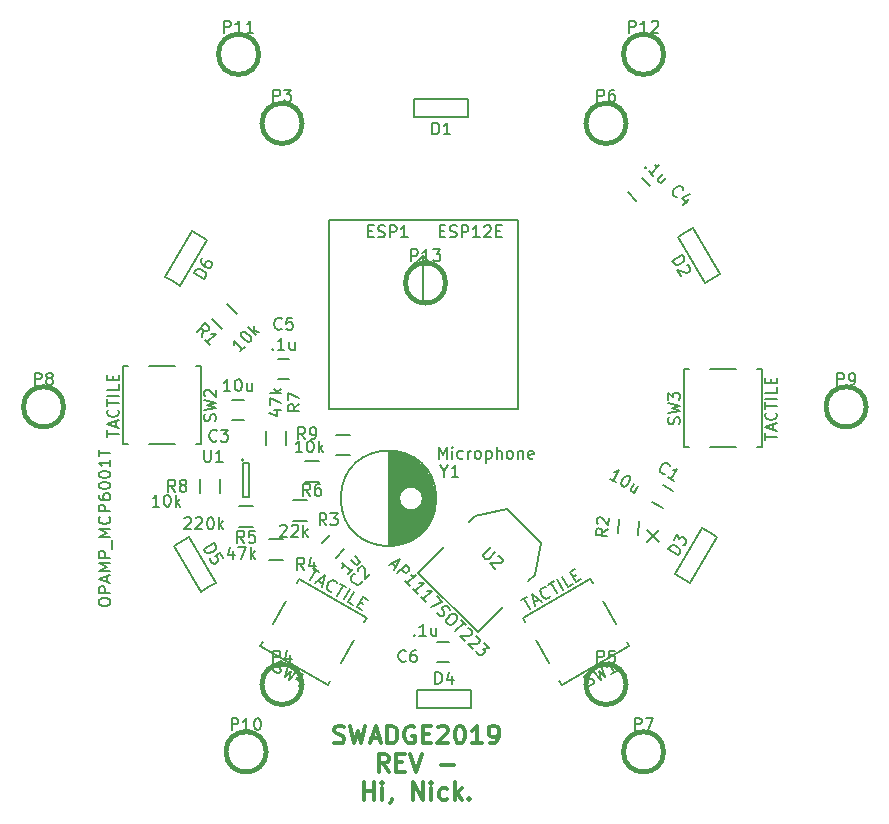
<source format=gto>
G04 #@! TF.FileFunction,Legend,Top*
%FSLAX46Y46*%
G04 Gerber Fmt 4.6, Leading zero omitted, Abs format (unit mm)*
G04 Created by KiCad (PCBNEW 4.0.2+dfsg1-stable) date Sun 09 Sep 2018 01:37:12 AM EDT*
%MOMM*%
G01*
G04 APERTURE LIST*
%ADD10C,0.100000*%
%ADD11C,0.300000*%
%ADD12C,0.200000*%
%ADD13C,0.150000*%
%ADD14C,0.381000*%
G04 APERTURE END LIST*
D10*
D11*
X77315715Y-83667143D02*
X77530001Y-83738571D01*
X77887144Y-83738571D01*
X78030001Y-83667143D01*
X78101430Y-83595714D01*
X78172858Y-83452857D01*
X78172858Y-83310000D01*
X78101430Y-83167143D01*
X78030001Y-83095714D01*
X77887144Y-83024286D01*
X77601430Y-82952857D01*
X77458572Y-82881429D01*
X77387144Y-82810000D01*
X77315715Y-82667143D01*
X77315715Y-82524286D01*
X77387144Y-82381429D01*
X77458572Y-82310000D01*
X77601430Y-82238571D01*
X77958572Y-82238571D01*
X78172858Y-82310000D01*
X78672858Y-82238571D02*
X79030001Y-83738571D01*
X79315715Y-82667143D01*
X79601429Y-83738571D01*
X79958572Y-82238571D01*
X80458572Y-83310000D02*
X81172858Y-83310000D01*
X80315715Y-83738571D02*
X80815715Y-82238571D01*
X81315715Y-83738571D01*
X81815715Y-83738571D02*
X81815715Y-82238571D01*
X82172858Y-82238571D01*
X82387143Y-82310000D01*
X82530001Y-82452857D01*
X82601429Y-82595714D01*
X82672858Y-82881429D01*
X82672858Y-83095714D01*
X82601429Y-83381429D01*
X82530001Y-83524286D01*
X82387143Y-83667143D01*
X82172858Y-83738571D01*
X81815715Y-83738571D01*
X84101429Y-82310000D02*
X83958572Y-82238571D01*
X83744286Y-82238571D01*
X83530001Y-82310000D01*
X83387143Y-82452857D01*
X83315715Y-82595714D01*
X83244286Y-82881429D01*
X83244286Y-83095714D01*
X83315715Y-83381429D01*
X83387143Y-83524286D01*
X83530001Y-83667143D01*
X83744286Y-83738571D01*
X83887143Y-83738571D01*
X84101429Y-83667143D01*
X84172858Y-83595714D01*
X84172858Y-83095714D01*
X83887143Y-83095714D01*
X84815715Y-82952857D02*
X85315715Y-82952857D01*
X85530001Y-83738571D02*
X84815715Y-83738571D01*
X84815715Y-82238571D01*
X85530001Y-82238571D01*
X86101429Y-82381429D02*
X86172858Y-82310000D01*
X86315715Y-82238571D01*
X86672858Y-82238571D01*
X86815715Y-82310000D01*
X86887144Y-82381429D01*
X86958572Y-82524286D01*
X86958572Y-82667143D01*
X86887144Y-82881429D01*
X86030001Y-83738571D01*
X86958572Y-83738571D01*
X87887143Y-82238571D02*
X88030000Y-82238571D01*
X88172857Y-82310000D01*
X88244286Y-82381429D01*
X88315715Y-82524286D01*
X88387143Y-82810000D01*
X88387143Y-83167143D01*
X88315715Y-83452857D01*
X88244286Y-83595714D01*
X88172857Y-83667143D01*
X88030000Y-83738571D01*
X87887143Y-83738571D01*
X87744286Y-83667143D01*
X87672857Y-83595714D01*
X87601429Y-83452857D01*
X87530000Y-83167143D01*
X87530000Y-82810000D01*
X87601429Y-82524286D01*
X87672857Y-82381429D01*
X87744286Y-82310000D01*
X87887143Y-82238571D01*
X89815714Y-83738571D02*
X88958571Y-83738571D01*
X89387143Y-83738571D02*
X89387143Y-82238571D01*
X89244286Y-82452857D01*
X89101428Y-82595714D01*
X88958571Y-82667143D01*
X90529999Y-83738571D02*
X90815714Y-83738571D01*
X90958571Y-83667143D01*
X91029999Y-83595714D01*
X91172857Y-83381429D01*
X91244285Y-83095714D01*
X91244285Y-82524286D01*
X91172857Y-82381429D01*
X91101428Y-82310000D01*
X90958571Y-82238571D01*
X90672857Y-82238571D01*
X90529999Y-82310000D01*
X90458571Y-82381429D01*
X90387142Y-82524286D01*
X90387142Y-82881429D01*
X90458571Y-83024286D01*
X90529999Y-83095714D01*
X90672857Y-83167143D01*
X90958571Y-83167143D01*
X91101428Y-83095714D01*
X91172857Y-83024286D01*
X91244285Y-82881429D01*
X81922858Y-86138571D02*
X81422858Y-85424286D01*
X81065715Y-86138571D02*
X81065715Y-84638571D01*
X81637143Y-84638571D01*
X81780001Y-84710000D01*
X81851429Y-84781429D01*
X81922858Y-84924286D01*
X81922858Y-85138571D01*
X81851429Y-85281429D01*
X81780001Y-85352857D01*
X81637143Y-85424286D01*
X81065715Y-85424286D01*
X82565715Y-85352857D02*
X83065715Y-85352857D01*
X83280001Y-86138571D02*
X82565715Y-86138571D01*
X82565715Y-84638571D01*
X83280001Y-84638571D01*
X83708572Y-84638571D02*
X84208572Y-86138571D01*
X84708572Y-84638571D01*
X86351429Y-85567143D02*
X87494286Y-85567143D01*
X79815714Y-88538571D02*
X79815714Y-87038571D01*
X79815714Y-87752857D02*
X80672857Y-87752857D01*
X80672857Y-88538571D02*
X80672857Y-87038571D01*
X81387143Y-88538571D02*
X81387143Y-87538571D01*
X81387143Y-87038571D02*
X81315714Y-87110000D01*
X81387143Y-87181429D01*
X81458571Y-87110000D01*
X81387143Y-87038571D01*
X81387143Y-87181429D01*
X82172857Y-88467143D02*
X82172857Y-88538571D01*
X82101429Y-88681429D01*
X82030000Y-88752857D01*
X83958572Y-88538571D02*
X83958572Y-87038571D01*
X84815715Y-88538571D01*
X84815715Y-87038571D01*
X85530001Y-88538571D02*
X85530001Y-87538571D01*
X85530001Y-87038571D02*
X85458572Y-87110000D01*
X85530001Y-87181429D01*
X85601429Y-87110000D01*
X85530001Y-87038571D01*
X85530001Y-87181429D01*
X86887144Y-88467143D02*
X86744287Y-88538571D01*
X86458573Y-88538571D01*
X86315715Y-88467143D01*
X86244287Y-88395714D01*
X86172858Y-88252857D01*
X86172858Y-87824286D01*
X86244287Y-87681429D01*
X86315715Y-87610000D01*
X86458573Y-87538571D01*
X86744287Y-87538571D01*
X86887144Y-87610000D01*
X87530001Y-88538571D02*
X87530001Y-87038571D01*
X87672858Y-87967143D02*
X88101429Y-88538571D01*
X88101429Y-87538571D02*
X87530001Y-88110000D01*
X88744287Y-88395714D02*
X88815715Y-88467143D01*
X88744287Y-88538571D01*
X88672858Y-88467143D01*
X88744287Y-88395714D01*
X88744287Y-88538571D01*
D12*
X103806000Y-65714000D02*
X104822000Y-66730000D01*
X103806000Y-66730000D02*
X104822000Y-65714000D01*
D13*
X84836000Y-42434000D02*
X83836000Y-43434000D01*
X84836000Y-42434000D02*
X85836000Y-43434000D01*
X84836000Y-42434000D02*
X84836000Y-46434000D01*
X76836000Y-55434000D02*
X76836000Y-39434000D01*
X76836000Y-39434000D02*
X92836000Y-39434000D01*
X92836000Y-39434000D02*
X92836000Y-55434000D01*
X76836000Y-55434000D02*
X92836000Y-55434000D01*
X105978013Y-62343878D02*
X105111987Y-61843878D01*
X104261987Y-63316122D02*
X105128013Y-63816122D01*
X76968513Y-66101406D02*
X76261406Y-66808513D01*
X77463487Y-68010594D02*
X78170594Y-67303487D01*
X68670000Y-56400000D02*
X69670000Y-56400000D01*
X69670000Y-54700000D02*
X68670000Y-54700000D01*
X68224454Y-46567017D02*
X69072983Y-47415546D01*
X67835546Y-48652983D02*
X66987017Y-47804454D01*
X101311036Y-65926456D02*
X101415623Y-64731022D01*
X103158964Y-64883544D02*
X103054377Y-66078978D01*
X75022000Y-64883000D02*
X73822000Y-64883000D01*
X73822000Y-63133000D02*
X75022000Y-63133000D01*
X72990000Y-68185000D02*
X71790000Y-68185000D01*
X71790000Y-66435000D02*
X72990000Y-66435000D01*
X70450000Y-65391000D02*
X69250000Y-65391000D01*
X69250000Y-63641000D02*
X70450000Y-63641000D01*
X76038000Y-61581000D02*
X74838000Y-61581000D01*
X74838000Y-59831000D02*
X76038000Y-59831000D01*
X71515000Y-58512000D02*
X71515000Y-57312000D01*
X73265000Y-57312000D02*
X73265000Y-58512000D01*
X67677000Y-61376000D02*
X67677000Y-62576000D01*
X65927000Y-62576000D02*
X65927000Y-61376000D01*
X96582116Y-78802884D02*
X96382116Y-78456474D01*
X101197884Y-73597628D02*
X100097884Y-71692372D01*
X94382116Y-74992372D02*
X95482116Y-76897628D01*
X99197884Y-70133526D02*
X98997884Y-69787116D01*
X98997884Y-69787116D02*
X93282116Y-73087116D01*
X93282116Y-73087116D02*
X93482116Y-73433526D01*
X102297884Y-75502884D02*
X102097884Y-75156474D01*
X102297884Y-75502884D02*
X96582116Y-78802884D01*
X66038000Y-58418000D02*
X65638000Y-58418000D01*
X63838000Y-51818000D02*
X61638000Y-51818000D01*
X61638000Y-58418000D02*
X63838000Y-58418000D01*
X59838000Y-51818000D02*
X59438000Y-51818000D01*
X59438000Y-51818000D02*
X59438000Y-58418000D01*
X59438000Y-58418000D02*
X59838000Y-58418000D01*
X66038000Y-51818000D02*
X65638000Y-51818000D01*
X66038000Y-51818000D02*
X66038000Y-58418000D01*
X106936000Y-52072000D02*
X107336000Y-52072000D01*
X109136000Y-58672000D02*
X111336000Y-58672000D01*
X111336000Y-52072000D02*
X109136000Y-52072000D01*
X113136000Y-58672000D02*
X113536000Y-58672000D01*
X113536000Y-58672000D02*
X113536000Y-52072000D01*
X113536000Y-52072000D02*
X113136000Y-52072000D01*
X106936000Y-58672000D02*
X107336000Y-58672000D01*
X106936000Y-58672000D02*
X106936000Y-52072000D01*
X71057116Y-75502884D02*
X71257116Y-75156474D01*
X77872884Y-76897628D02*
X78972884Y-74992372D01*
X73257116Y-71692372D02*
X72157116Y-73597628D01*
X79872884Y-73433526D02*
X80072884Y-73087116D01*
X80072884Y-73087116D02*
X74357116Y-69787116D01*
X74357116Y-69787116D02*
X74157116Y-70133526D01*
X76772884Y-78802884D02*
X76972884Y-78456474D01*
X76772884Y-78802884D02*
X71057116Y-75502884D01*
X84110000Y-29972000D02*
X84110000Y-29222000D01*
X84110000Y-29222000D02*
X88610000Y-29222000D01*
X88610000Y-29222000D02*
X88610000Y-30722000D01*
X88610000Y-30722000D02*
X84110000Y-30722000D01*
X84110000Y-30722000D02*
X84110000Y-29972000D01*
X107079000Y-40469443D02*
X107728519Y-40094443D01*
X107728519Y-40094443D02*
X109978519Y-43991557D01*
X109978519Y-43991557D02*
X108679481Y-44741557D01*
X108679481Y-44741557D02*
X106429481Y-40844443D01*
X106429481Y-40844443D02*
X107079000Y-40469443D01*
X109075000Y-65869443D02*
X109724519Y-66244443D01*
X109724519Y-66244443D02*
X107474519Y-70141557D01*
X107474519Y-70141557D02*
X106175481Y-69391557D01*
X106175481Y-69391557D02*
X108425481Y-65494443D01*
X108425481Y-65494443D02*
X109075000Y-65869443D01*
X88864000Y-80010000D02*
X88864000Y-80760000D01*
X88864000Y-80760000D02*
X84364000Y-80760000D01*
X84364000Y-80760000D02*
X84364000Y-79260000D01*
X84364000Y-79260000D02*
X88864000Y-79260000D01*
X88864000Y-79260000D02*
X88864000Y-80010000D01*
X66657000Y-70528557D02*
X66007481Y-70903557D01*
X66007481Y-70903557D02*
X63757481Y-67006443D01*
X63757481Y-67006443D02*
X65056519Y-66256443D01*
X65056519Y-66256443D02*
X67306519Y-70153557D01*
X67306519Y-70153557D02*
X66657000Y-70528557D01*
X63645000Y-44620557D02*
X62995481Y-44245557D01*
X62995481Y-44245557D02*
X65245481Y-40348443D01*
X65245481Y-40348443D02*
X66544519Y-41098443D01*
X66544519Y-41098443D02*
X64294519Y-44995557D01*
X64294519Y-44995557D02*
X63645000Y-44620557D01*
X69650000Y-59768000D02*
G75*
G03X69650000Y-59768000I-100000J0D01*
G01*
X70100000Y-60018000D02*
X69600000Y-60018000D01*
X70100000Y-62918000D02*
X70100000Y-60018000D01*
X69600000Y-62918000D02*
X70100000Y-62918000D01*
X69600000Y-60018000D02*
X69600000Y-62918000D01*
X86577898Y-67143159D02*
X84422636Y-69298420D01*
X84422636Y-69298420D02*
X89451580Y-74327364D01*
X89451580Y-74327364D02*
X91606841Y-72172102D01*
X88733159Y-64987898D02*
X89271974Y-64449082D01*
X89271974Y-64449082D02*
X91966051Y-63910267D01*
X91966051Y-63910267D02*
X94839733Y-66783949D01*
X94839733Y-66783949D02*
X94300918Y-69478026D01*
X94300918Y-69478026D02*
X93762102Y-70016841D01*
X81985000Y-58993000D02*
X81985000Y-66991000D01*
X82125000Y-58998000D02*
X82125000Y-66986000D01*
X82265000Y-59008000D02*
X82265000Y-66976000D01*
X82405000Y-59023000D02*
X82405000Y-66961000D01*
X82545000Y-59043000D02*
X82545000Y-66941000D01*
X82685000Y-59068000D02*
X82685000Y-66916000D01*
X82825000Y-59098000D02*
X82825000Y-62819000D01*
X82825000Y-63165000D02*
X82825000Y-66886000D01*
X82965000Y-59134000D02*
X82965000Y-62457000D01*
X82965000Y-63527000D02*
X82965000Y-66850000D01*
X83105000Y-59175000D02*
X83105000Y-62283000D01*
X83105000Y-63701000D02*
X83105000Y-66809000D01*
X83245000Y-59221000D02*
X83245000Y-62167000D01*
X83245000Y-63817000D02*
X83245000Y-66763000D01*
X83385000Y-59274000D02*
X83385000Y-62087000D01*
X83385000Y-63897000D02*
X83385000Y-66710000D01*
X83525000Y-59333000D02*
X83525000Y-62033000D01*
X83525000Y-63951000D02*
X83525000Y-66651000D01*
X83665000Y-59398000D02*
X83665000Y-62003000D01*
X83665000Y-63981000D02*
X83665000Y-66586000D01*
X83805000Y-59469000D02*
X83805000Y-61992000D01*
X83805000Y-63992000D02*
X83805000Y-66515000D01*
X83945000Y-59548000D02*
X83945000Y-62001000D01*
X83945000Y-63983000D02*
X83945000Y-66436000D01*
X84085000Y-59635000D02*
X84085000Y-62031000D01*
X84085000Y-63953000D02*
X84085000Y-66349000D01*
X84225000Y-59730000D02*
X84225000Y-62082000D01*
X84225000Y-63902000D02*
X84225000Y-66254000D01*
X84365000Y-59834000D02*
X84365000Y-62160000D01*
X84365000Y-63824000D02*
X84365000Y-66150000D01*
X84505000Y-59948000D02*
X84505000Y-62273000D01*
X84505000Y-63711000D02*
X84505000Y-66036000D01*
X84645000Y-60073000D02*
X84645000Y-62442000D01*
X84645000Y-63542000D02*
X84645000Y-65911000D01*
X84785000Y-60211000D02*
X84785000Y-62770000D01*
X84785000Y-63214000D02*
X84785000Y-65773000D01*
X84925000Y-60363000D02*
X84925000Y-65621000D01*
X85065000Y-60533000D02*
X85065000Y-65451000D01*
X85205000Y-60724000D02*
X85205000Y-65260000D01*
X85345000Y-60942000D02*
X85345000Y-65042000D01*
X85485000Y-61198000D02*
X85485000Y-64786000D01*
X85625000Y-61509000D02*
X85625000Y-64475000D01*
X85765000Y-61925000D02*
X85765000Y-64059000D01*
X85905000Y-62792000D02*
X85905000Y-63192000D01*
X84810000Y-62992000D02*
G75*
G03X84810000Y-62992000I-1000000J0D01*
G01*
X85947500Y-62992000D02*
G75*
G03X85947500Y-62992000I-4037500J0D01*
G01*
X102169406Y-37077487D02*
X102876513Y-37784594D01*
X104078594Y-36582513D02*
X103371487Y-35875406D01*
D14*
X74600145Y-31242000D02*
G75*
G03X74600145Y-31242000I-1702145J0D01*
G01*
X74600145Y-78740000D02*
G75*
G03X74600145Y-78740000I-1702145J0D01*
G01*
X102032145Y-78740000D02*
G75*
G03X102032145Y-78740000I-1702145J0D01*
G01*
X102032145Y-31242000D02*
G75*
G03X102032145Y-31242000I-1702145J0D01*
G01*
D13*
X72525000Y-52920000D02*
X73525000Y-52920000D01*
X73525000Y-51220000D02*
X72525000Y-51220000D01*
D14*
X105207145Y-84455000D02*
G75*
G03X105207145Y-84455000I-1702145J0D01*
G01*
X54407145Y-55245000D02*
G75*
G03X54407145Y-55245000I-1702145J0D01*
G01*
X122352145Y-55245000D02*
G75*
G03X122352145Y-55245000I-1702145J0D01*
G01*
X71552145Y-84455000D02*
G75*
G03X71552145Y-84455000I-1702145J0D01*
G01*
X70917145Y-25400000D02*
G75*
G03X70917145Y-25400000I-1702145J0D01*
G01*
X105207145Y-25400000D02*
G75*
G03X105207145Y-25400000I-1702145J0D01*
G01*
X86752145Y-44760000D02*
G75*
G03X86752145Y-44760000I-1702145J0D01*
G01*
D13*
X86000000Y-76870000D02*
X87000000Y-76870000D01*
X87000000Y-75170000D02*
X86000000Y-75170000D01*
X78690000Y-59355000D02*
X77490000Y-59355000D01*
X77490000Y-57605000D02*
X78690000Y-57605000D01*
X80169333Y-40362571D02*
X80502667Y-40362571D01*
X80645524Y-40886381D02*
X80169333Y-40886381D01*
X80169333Y-39886381D01*
X80645524Y-39886381D01*
X81026476Y-40838762D02*
X81169333Y-40886381D01*
X81407429Y-40886381D01*
X81502667Y-40838762D01*
X81550286Y-40791143D01*
X81597905Y-40695905D01*
X81597905Y-40600667D01*
X81550286Y-40505429D01*
X81502667Y-40457810D01*
X81407429Y-40410190D01*
X81216952Y-40362571D01*
X81121714Y-40314952D01*
X81074095Y-40267333D01*
X81026476Y-40172095D01*
X81026476Y-40076857D01*
X81074095Y-39981619D01*
X81121714Y-39934000D01*
X81216952Y-39886381D01*
X81455048Y-39886381D01*
X81597905Y-39934000D01*
X82026476Y-40886381D02*
X82026476Y-39886381D01*
X82407429Y-39886381D01*
X82502667Y-39934000D01*
X82550286Y-39981619D01*
X82597905Y-40076857D01*
X82597905Y-40219714D01*
X82550286Y-40314952D01*
X82502667Y-40362571D01*
X82407429Y-40410190D01*
X82026476Y-40410190D01*
X83550286Y-40886381D02*
X82978857Y-40886381D01*
X83264571Y-40886381D02*
X83264571Y-39886381D01*
X83169333Y-40029238D01*
X83074095Y-40124476D01*
X82978857Y-40172095D01*
X86240762Y-40362571D02*
X86574096Y-40362571D01*
X86716953Y-40886381D02*
X86240762Y-40886381D01*
X86240762Y-39886381D01*
X86716953Y-39886381D01*
X87097905Y-40838762D02*
X87240762Y-40886381D01*
X87478858Y-40886381D01*
X87574096Y-40838762D01*
X87621715Y-40791143D01*
X87669334Y-40695905D01*
X87669334Y-40600667D01*
X87621715Y-40505429D01*
X87574096Y-40457810D01*
X87478858Y-40410190D01*
X87288381Y-40362571D01*
X87193143Y-40314952D01*
X87145524Y-40267333D01*
X87097905Y-40172095D01*
X87097905Y-40076857D01*
X87145524Y-39981619D01*
X87193143Y-39934000D01*
X87288381Y-39886381D01*
X87526477Y-39886381D01*
X87669334Y-39934000D01*
X88097905Y-40886381D02*
X88097905Y-39886381D01*
X88478858Y-39886381D01*
X88574096Y-39934000D01*
X88621715Y-39981619D01*
X88669334Y-40076857D01*
X88669334Y-40219714D01*
X88621715Y-40314952D01*
X88574096Y-40362571D01*
X88478858Y-40410190D01*
X88097905Y-40410190D01*
X89621715Y-40886381D02*
X89050286Y-40886381D01*
X89336000Y-40886381D02*
X89336000Y-39886381D01*
X89240762Y-40029238D01*
X89145524Y-40124476D01*
X89050286Y-40172095D01*
X90002667Y-39981619D02*
X90050286Y-39934000D01*
X90145524Y-39886381D01*
X90383620Y-39886381D01*
X90478858Y-39934000D01*
X90526477Y-39981619D01*
X90574096Y-40076857D01*
X90574096Y-40172095D01*
X90526477Y-40314952D01*
X89955048Y-40886381D01*
X90574096Y-40886381D01*
X91002667Y-40362571D02*
X91336001Y-40362571D01*
X91478858Y-40886381D02*
X91002667Y-40886381D01*
X91002667Y-39886381D01*
X91478858Y-39886381D01*
X105327092Y-60925962D02*
X105262043Y-60943392D01*
X105114515Y-60913202D01*
X105032037Y-60865583D01*
X104932128Y-60752915D01*
X104897268Y-60622818D01*
X104903648Y-60516530D01*
X104957647Y-60327763D01*
X105029076Y-60204044D01*
X105165553Y-60062897D01*
X105254411Y-60004228D01*
X105384509Y-59969368D01*
X105532037Y-59999558D01*
X105614515Y-60047177D01*
X105714424Y-60159845D01*
X105731854Y-60224894D01*
X106104259Y-61484631D02*
X105609387Y-61198916D01*
X105856822Y-61341773D02*
X106356822Y-60475748D01*
X106202915Y-60551847D01*
X106072818Y-60586706D01*
X105966530Y-60580327D01*
X101162079Y-61630345D02*
X100667207Y-61344630D01*
X100914643Y-61487487D02*
X101414643Y-60621462D01*
X101260736Y-60697561D01*
X101130638Y-60732420D01*
X101024350Y-60726041D01*
X102198189Y-61073843D02*
X102280669Y-61121463D01*
X102339338Y-61210321D01*
X102356768Y-61275370D01*
X102350388Y-61381658D01*
X102296389Y-61570424D01*
X102177341Y-61776621D01*
X102040864Y-61917769D01*
X101952006Y-61976438D01*
X101886957Y-61993868D01*
X101780669Y-61987488D01*
X101698189Y-61939868D01*
X101639520Y-61851010D01*
X101622091Y-61785961D01*
X101628470Y-61679673D01*
X101682469Y-61490907D01*
X101801517Y-61284710D01*
X101937994Y-61143562D01*
X102026853Y-61084893D01*
X102091901Y-61067463D01*
X102198189Y-61073843D01*
X103062506Y-61957756D02*
X102729173Y-62535107D01*
X102691352Y-61743470D02*
X102429447Y-62197103D01*
X102423067Y-62303391D01*
X102481736Y-62392249D01*
X102605455Y-62463678D01*
X102711743Y-62470058D01*
X102776792Y-62452628D01*
X79636688Y-69966389D02*
X79636688Y-70033732D01*
X79569344Y-70168419D01*
X79502001Y-70235763D01*
X79367313Y-70303107D01*
X79232626Y-70303107D01*
X79131611Y-70269435D01*
X78963253Y-70168420D01*
X78862237Y-70067404D01*
X78761222Y-69899045D01*
X78727550Y-69798030D01*
X78727550Y-69663343D01*
X78794894Y-69528656D01*
X78862237Y-69461312D01*
X78996924Y-69393969D01*
X79064268Y-69393969D01*
X79333641Y-69124595D02*
X79333641Y-69057252D01*
X79367313Y-68956237D01*
X79535672Y-68787877D01*
X79636688Y-68754206D01*
X79704031Y-68754206D01*
X79805046Y-68787877D01*
X79872390Y-68855221D01*
X79939733Y-68989908D01*
X79939733Y-69798030D01*
X80377466Y-69360297D01*
X78902955Y-68978656D02*
X78498894Y-69382718D01*
X78700924Y-69180687D02*
X77993817Y-68473581D01*
X78027489Y-68641939D01*
X78027489Y-68776626D01*
X77993817Y-68877641D01*
X79037642Y-67901160D02*
X79509047Y-68372565D01*
X78734596Y-68204206D02*
X79104985Y-68574596D01*
X79206000Y-68608267D01*
X79307016Y-68574596D01*
X79408031Y-68473580D01*
X79441703Y-68372565D01*
X79441703Y-68305221D01*
X67373334Y-58087143D02*
X67325715Y-58134762D01*
X67182858Y-58182381D01*
X67087620Y-58182381D01*
X66944762Y-58134762D01*
X66849524Y-58039524D01*
X66801905Y-57944286D01*
X66754286Y-57753810D01*
X66754286Y-57610952D01*
X66801905Y-57420476D01*
X66849524Y-57325238D01*
X66944762Y-57230000D01*
X67087620Y-57182381D01*
X67182858Y-57182381D01*
X67325715Y-57230000D01*
X67373334Y-57277619D01*
X67706667Y-57182381D02*
X68325715Y-57182381D01*
X67992381Y-57563333D01*
X68135239Y-57563333D01*
X68230477Y-57610952D01*
X68278096Y-57658571D01*
X68325715Y-57753810D01*
X68325715Y-57991905D01*
X68278096Y-58087143D01*
X68230477Y-58134762D01*
X68135239Y-58182381D01*
X67849524Y-58182381D01*
X67754286Y-58134762D01*
X67706667Y-58087143D01*
X68527143Y-53902381D02*
X67955714Y-53902381D01*
X68241428Y-53902381D02*
X68241428Y-52902381D01*
X68146190Y-53045238D01*
X68050952Y-53140476D01*
X67955714Y-53188095D01*
X69146190Y-52902381D02*
X69241429Y-52902381D01*
X69336667Y-52950000D01*
X69384286Y-52997619D01*
X69431905Y-53092857D01*
X69479524Y-53283333D01*
X69479524Y-53521429D01*
X69431905Y-53711905D01*
X69384286Y-53807143D01*
X69336667Y-53854762D01*
X69241429Y-53902381D01*
X69146190Y-53902381D01*
X69050952Y-53854762D01*
X69003333Y-53807143D01*
X68955714Y-53711905D01*
X68908095Y-53521429D01*
X68908095Y-53283333D01*
X68955714Y-53092857D01*
X69003333Y-52997619D01*
X69050952Y-52950000D01*
X69146190Y-52902381D01*
X70336667Y-53235714D02*
X70336667Y-53902381D01*
X69908095Y-53235714D02*
X69908095Y-53759524D01*
X69955714Y-53854762D01*
X70050952Y-53902381D01*
X70193810Y-53902381D01*
X70289048Y-53854762D01*
X70336667Y-53807143D01*
X66107344Y-49296955D02*
X66208359Y-48724534D01*
X65703282Y-48892894D02*
X66410389Y-48185787D01*
X66679764Y-48455161D01*
X66713435Y-48556177D01*
X66713435Y-48623520D01*
X66679764Y-48724535D01*
X66578748Y-48825550D01*
X66477733Y-48859222D01*
X66410390Y-48859222D01*
X66309375Y-48825550D01*
X66040000Y-48556176D01*
X66780779Y-49970390D02*
X66376717Y-49566329D01*
X66578748Y-49768359D02*
X67285854Y-49061252D01*
X67117496Y-49094924D01*
X66982809Y-49094924D01*
X66881794Y-49061252D01*
X69725036Y-50146829D02*
X69320975Y-50550891D01*
X69523005Y-50348861D02*
X68815898Y-49641754D01*
X68849570Y-49810112D01*
X68849570Y-49944799D01*
X68815898Y-50045814D01*
X69455661Y-49001990D02*
X69523006Y-48934646D01*
X69624021Y-48900975D01*
X69691364Y-48900975D01*
X69792379Y-48934646D01*
X69960738Y-49035661D01*
X70129097Y-49204021D01*
X70230112Y-49372379D01*
X70263784Y-49473394D01*
X70263784Y-49540738D01*
X70230112Y-49641753D01*
X70162768Y-49709097D01*
X70061753Y-49742769D01*
X69994410Y-49742769D01*
X69893394Y-49709097D01*
X69725036Y-49608082D01*
X69556677Y-49439723D01*
X69455661Y-49271364D01*
X69421990Y-49170349D01*
X69421990Y-49103006D01*
X69455661Y-49001990D01*
X70701516Y-49170349D02*
X69994410Y-48463242D01*
X70499486Y-48833632D02*
X70970891Y-48900975D01*
X70499486Y-48429570D02*
X70499486Y-48968319D01*
X100486134Y-65615459D02*
X99982703Y-65906022D01*
X100436330Y-66184714D02*
X99440136Y-66097558D01*
X99473338Y-65718055D01*
X99529076Y-65627330D01*
X99580664Y-65584042D01*
X99679690Y-65544905D01*
X99822004Y-65557356D01*
X99912729Y-65613094D01*
X99956016Y-65664682D01*
X99995154Y-65763708D01*
X99961951Y-66143211D01*
X99618017Y-65157102D02*
X99574729Y-65105514D01*
X99535592Y-65006488D01*
X99556343Y-64769298D01*
X99612082Y-64678573D01*
X99663670Y-64635285D01*
X99762696Y-64596148D01*
X99857571Y-64604448D01*
X99995734Y-64664337D01*
X100515186Y-65283395D01*
X100569139Y-64666702D01*
X76643334Y-65272381D02*
X76310000Y-64796190D01*
X76071905Y-65272381D02*
X76071905Y-64272381D01*
X76452858Y-64272381D01*
X76548096Y-64320000D01*
X76595715Y-64367619D01*
X76643334Y-64462857D01*
X76643334Y-64605714D01*
X76595715Y-64700952D01*
X76548096Y-64748571D01*
X76452858Y-64796190D01*
X76071905Y-64796190D01*
X76976667Y-64272381D02*
X77595715Y-64272381D01*
X77262381Y-64653333D01*
X77405239Y-64653333D01*
X77500477Y-64700952D01*
X77548096Y-64748571D01*
X77595715Y-64843810D01*
X77595715Y-65081905D01*
X77548096Y-65177143D01*
X77500477Y-65224762D01*
X77405239Y-65272381D01*
X77119524Y-65272381D01*
X77024286Y-65224762D01*
X76976667Y-65177143D01*
X72747333Y-65333619D02*
X72794952Y-65286000D01*
X72890190Y-65238381D01*
X73128286Y-65238381D01*
X73223524Y-65286000D01*
X73271143Y-65333619D01*
X73318762Y-65428857D01*
X73318762Y-65524095D01*
X73271143Y-65666952D01*
X72699714Y-66238381D01*
X73318762Y-66238381D01*
X73699714Y-65333619D02*
X73747333Y-65286000D01*
X73842571Y-65238381D01*
X74080667Y-65238381D01*
X74175905Y-65286000D01*
X74223524Y-65333619D01*
X74271143Y-65428857D01*
X74271143Y-65524095D01*
X74223524Y-65666952D01*
X73652095Y-66238381D01*
X74271143Y-66238381D01*
X74699714Y-66238381D02*
X74699714Y-65238381D01*
X74794952Y-65857429D02*
X75080667Y-66238381D01*
X75080667Y-65571714D02*
X74699714Y-65952667D01*
X74763334Y-69032381D02*
X74430000Y-68556190D01*
X74191905Y-69032381D02*
X74191905Y-68032381D01*
X74572858Y-68032381D01*
X74668096Y-68080000D01*
X74715715Y-68127619D01*
X74763334Y-68222857D01*
X74763334Y-68365714D01*
X74715715Y-68460952D01*
X74668096Y-68508571D01*
X74572858Y-68556190D01*
X74191905Y-68556190D01*
X75620477Y-68365714D02*
X75620477Y-69032381D01*
X75382381Y-67984762D02*
X75144286Y-68699048D01*
X75763334Y-68699048D01*
X68764524Y-67470714D02*
X68764524Y-68137381D01*
X68526428Y-67089762D02*
X68288333Y-67804048D01*
X68907381Y-67804048D01*
X69193095Y-67137381D02*
X69859762Y-67137381D01*
X69431190Y-68137381D01*
X70240714Y-68137381D02*
X70240714Y-67137381D01*
X70335952Y-67756429D02*
X70621667Y-68137381D01*
X70621667Y-67470714D02*
X70240714Y-67851667D01*
X69683334Y-66746381D02*
X69350000Y-66270190D01*
X69111905Y-66746381D02*
X69111905Y-65746381D01*
X69492858Y-65746381D01*
X69588096Y-65794000D01*
X69635715Y-65841619D01*
X69683334Y-65936857D01*
X69683334Y-66079714D01*
X69635715Y-66174952D01*
X69588096Y-66222571D01*
X69492858Y-66270190D01*
X69111905Y-66270190D01*
X70588096Y-65746381D02*
X70111905Y-65746381D01*
X70064286Y-66222571D01*
X70111905Y-66174952D01*
X70207143Y-66127333D01*
X70445239Y-66127333D01*
X70540477Y-66174952D01*
X70588096Y-66222571D01*
X70635715Y-66317810D01*
X70635715Y-66555905D01*
X70588096Y-66651143D01*
X70540477Y-66698762D01*
X70445239Y-66746381D01*
X70207143Y-66746381D01*
X70111905Y-66698762D01*
X70064286Y-66651143D01*
X64637143Y-64692619D02*
X64684762Y-64645000D01*
X64780000Y-64597381D01*
X65018096Y-64597381D01*
X65113334Y-64645000D01*
X65160953Y-64692619D01*
X65208572Y-64787857D01*
X65208572Y-64883095D01*
X65160953Y-65025952D01*
X64589524Y-65597381D01*
X65208572Y-65597381D01*
X65589524Y-64692619D02*
X65637143Y-64645000D01*
X65732381Y-64597381D01*
X65970477Y-64597381D01*
X66065715Y-64645000D01*
X66113334Y-64692619D01*
X66160953Y-64787857D01*
X66160953Y-64883095D01*
X66113334Y-65025952D01*
X65541905Y-65597381D01*
X66160953Y-65597381D01*
X66780000Y-64597381D02*
X66875239Y-64597381D01*
X66970477Y-64645000D01*
X67018096Y-64692619D01*
X67065715Y-64787857D01*
X67113334Y-64978333D01*
X67113334Y-65216429D01*
X67065715Y-65406905D01*
X67018096Y-65502143D01*
X66970477Y-65549762D01*
X66875239Y-65597381D01*
X66780000Y-65597381D01*
X66684762Y-65549762D01*
X66637143Y-65502143D01*
X66589524Y-65406905D01*
X66541905Y-65216429D01*
X66541905Y-64978333D01*
X66589524Y-64787857D01*
X66637143Y-64692619D01*
X66684762Y-64645000D01*
X66780000Y-64597381D01*
X67541905Y-65597381D02*
X67541905Y-64597381D01*
X67637143Y-65216429D02*
X67922858Y-65597381D01*
X67922858Y-64930714D02*
X67541905Y-65311667D01*
X75273334Y-62762381D02*
X74940000Y-62286190D01*
X74701905Y-62762381D02*
X74701905Y-61762381D01*
X75082858Y-61762381D01*
X75178096Y-61810000D01*
X75225715Y-61857619D01*
X75273334Y-61952857D01*
X75273334Y-62095714D01*
X75225715Y-62190952D01*
X75178096Y-62238571D01*
X75082858Y-62286190D01*
X74701905Y-62286190D01*
X76130477Y-61762381D02*
X75940000Y-61762381D01*
X75844762Y-61810000D01*
X75797143Y-61857619D01*
X75701905Y-62000476D01*
X75654286Y-62190952D01*
X75654286Y-62571905D01*
X75701905Y-62667143D01*
X75749524Y-62714762D01*
X75844762Y-62762381D01*
X76035239Y-62762381D01*
X76130477Y-62714762D01*
X76178096Y-62667143D01*
X76225715Y-62571905D01*
X76225715Y-62333810D01*
X76178096Y-62238571D01*
X76130477Y-62190952D01*
X76035239Y-62143333D01*
X75844762Y-62143333D01*
X75749524Y-62190952D01*
X75701905Y-62238571D01*
X75654286Y-62333810D01*
X74614762Y-59102381D02*
X74043333Y-59102381D01*
X74329047Y-59102381D02*
X74329047Y-58102381D01*
X74233809Y-58245238D01*
X74138571Y-58340476D01*
X74043333Y-58388095D01*
X75233809Y-58102381D02*
X75329048Y-58102381D01*
X75424286Y-58150000D01*
X75471905Y-58197619D01*
X75519524Y-58292857D01*
X75567143Y-58483333D01*
X75567143Y-58721429D01*
X75519524Y-58911905D01*
X75471905Y-59007143D01*
X75424286Y-59054762D01*
X75329048Y-59102381D01*
X75233809Y-59102381D01*
X75138571Y-59054762D01*
X75090952Y-59007143D01*
X75043333Y-58911905D01*
X74995714Y-58721429D01*
X74995714Y-58483333D01*
X75043333Y-58292857D01*
X75090952Y-58197619D01*
X75138571Y-58150000D01*
X75233809Y-58102381D01*
X75995714Y-59102381D02*
X75995714Y-58102381D01*
X76090952Y-58721429D02*
X76376667Y-59102381D01*
X76376667Y-58435714D02*
X75995714Y-58816667D01*
X74366381Y-55030666D02*
X73890190Y-55364000D01*
X74366381Y-55602095D02*
X73366381Y-55602095D01*
X73366381Y-55221142D01*
X73414000Y-55125904D01*
X73461619Y-55078285D01*
X73556857Y-55030666D01*
X73699714Y-55030666D01*
X73794952Y-55078285D01*
X73842571Y-55125904D01*
X73890190Y-55221142D01*
X73890190Y-55602095D01*
X73366381Y-54697333D02*
X73366381Y-54030666D01*
X74366381Y-54459238D01*
X72175714Y-55554476D02*
X72842381Y-55554476D01*
X71794762Y-55792572D02*
X72509048Y-56030667D01*
X72509048Y-55411619D01*
X71842381Y-55125905D02*
X71842381Y-54459238D01*
X72842381Y-54887810D01*
X72842381Y-54078286D02*
X71842381Y-54078286D01*
X72461429Y-53983048D02*
X72842381Y-53697333D01*
X72175714Y-53697333D02*
X72556667Y-54078286D01*
X63841334Y-62428381D02*
X63508000Y-61952190D01*
X63269905Y-62428381D02*
X63269905Y-61428381D01*
X63650858Y-61428381D01*
X63746096Y-61476000D01*
X63793715Y-61523619D01*
X63841334Y-61618857D01*
X63841334Y-61761714D01*
X63793715Y-61856952D01*
X63746096Y-61904571D01*
X63650858Y-61952190D01*
X63269905Y-61952190D01*
X64412762Y-61856952D02*
X64317524Y-61809333D01*
X64269905Y-61761714D01*
X64222286Y-61666476D01*
X64222286Y-61618857D01*
X64269905Y-61523619D01*
X64317524Y-61476000D01*
X64412762Y-61428381D01*
X64603239Y-61428381D01*
X64698477Y-61476000D01*
X64746096Y-61523619D01*
X64793715Y-61618857D01*
X64793715Y-61666476D01*
X64746096Y-61761714D01*
X64698477Y-61809333D01*
X64603239Y-61856952D01*
X64412762Y-61856952D01*
X64317524Y-61904571D01*
X64269905Y-61952190D01*
X64222286Y-62047429D01*
X64222286Y-62237905D01*
X64269905Y-62333143D01*
X64317524Y-62380762D01*
X64412762Y-62428381D01*
X64603239Y-62428381D01*
X64698477Y-62380762D01*
X64746096Y-62333143D01*
X64793715Y-62237905D01*
X64793715Y-62047429D01*
X64746096Y-61952190D01*
X64698477Y-61904571D01*
X64603239Y-61856952D01*
X62509762Y-63692381D02*
X61938333Y-63692381D01*
X62224047Y-63692381D02*
X62224047Y-62692381D01*
X62128809Y-62835238D01*
X62033571Y-62930476D01*
X61938333Y-62978095D01*
X63128809Y-62692381D02*
X63224048Y-62692381D01*
X63319286Y-62740000D01*
X63366905Y-62787619D01*
X63414524Y-62882857D01*
X63462143Y-63073333D01*
X63462143Y-63311429D01*
X63414524Y-63501905D01*
X63366905Y-63597143D01*
X63319286Y-63644762D01*
X63224048Y-63692381D01*
X63128809Y-63692381D01*
X63033571Y-63644762D01*
X62985952Y-63597143D01*
X62938333Y-63501905D01*
X62890714Y-63311429D01*
X62890714Y-63073333D01*
X62938333Y-62882857D01*
X62985952Y-62787619D01*
X63033571Y-62740000D01*
X63128809Y-62692381D01*
X63890714Y-63692381D02*
X63890714Y-62692381D01*
X63985952Y-63311429D02*
X64271667Y-63692381D01*
X64271667Y-63025714D02*
X63890714Y-63406667D01*
X98887681Y-78862905D02*
X99035208Y-78832715D01*
X99241405Y-78713667D01*
X99300074Y-78624809D01*
X99317504Y-78559760D01*
X99311124Y-78453472D01*
X99263505Y-78370994D01*
X99174647Y-78312325D01*
X99109598Y-78294895D01*
X99003310Y-78301274D01*
X98814542Y-78355273D01*
X98708254Y-78361653D01*
X98643206Y-78344223D01*
X98554347Y-78285554D01*
X98506728Y-78203076D01*
X98500349Y-78096788D01*
X98517778Y-78031739D01*
X98576447Y-77942881D01*
X98782644Y-77823833D01*
X98930172Y-77793643D01*
X99195037Y-77585738D02*
X99901233Y-78332715D01*
X99709048Y-77618887D01*
X100231148Y-78142239D01*
X99937345Y-77157166D01*
X101220892Y-77570810D02*
X100726020Y-77856525D01*
X100973455Y-77713668D02*
X100473455Y-76847643D01*
X100462405Y-77018979D01*
X100427546Y-77149077D01*
X100368877Y-77237935D01*
X93136170Y-71615282D02*
X93631042Y-71329568D01*
X93883606Y-72338450D02*
X93383606Y-71472425D01*
X94235621Y-71805300D02*
X94648014Y-71567205D01*
X94295999Y-72100355D02*
X94084674Y-71067663D01*
X94873350Y-71767021D01*
X95609277Y-71232162D02*
X95591848Y-71297211D01*
X95491939Y-71409878D01*
X95409461Y-71457497D01*
X95261933Y-71487687D01*
X95131835Y-71452828D01*
X95042977Y-71394159D01*
X94906500Y-71253011D01*
X94835071Y-71129292D01*
X94781072Y-70940526D01*
X94774692Y-70834238D01*
X94809552Y-70704140D01*
X94909461Y-70591472D01*
X94991939Y-70543853D01*
X95139467Y-70513664D01*
X95204515Y-70531094D01*
X95404332Y-70305758D02*
X95899204Y-70020044D01*
X96151768Y-71028926D02*
X95651768Y-70162901D01*
X96687879Y-70719402D02*
X96187879Y-69853377D01*
X97512665Y-70243212D02*
X97100272Y-70481307D01*
X96600272Y-69615282D01*
X97539435Y-69622913D02*
X97828111Y-69456246D01*
X98213733Y-69838450D02*
X97801340Y-70076545D01*
X97301340Y-69210520D01*
X97713733Y-68972425D01*
X67242762Y-56451333D02*
X67290381Y-56308476D01*
X67290381Y-56070380D01*
X67242762Y-55975142D01*
X67195143Y-55927523D01*
X67099905Y-55879904D01*
X67004667Y-55879904D01*
X66909429Y-55927523D01*
X66861810Y-55975142D01*
X66814190Y-56070380D01*
X66766571Y-56260857D01*
X66718952Y-56356095D01*
X66671333Y-56403714D01*
X66576095Y-56451333D01*
X66480857Y-56451333D01*
X66385619Y-56403714D01*
X66338000Y-56356095D01*
X66290381Y-56260857D01*
X66290381Y-56022761D01*
X66338000Y-55879904D01*
X66290381Y-55546571D02*
X67290381Y-55308476D01*
X66576095Y-55117999D01*
X67290381Y-54927523D01*
X66290381Y-54689428D01*
X66385619Y-54356095D02*
X66338000Y-54308476D01*
X66290381Y-54213238D01*
X66290381Y-53975142D01*
X66338000Y-53879904D01*
X66385619Y-53832285D01*
X66480857Y-53784666D01*
X66576095Y-53784666D01*
X66718952Y-53832285D01*
X67290381Y-54403714D01*
X67290381Y-53784666D01*
X58090381Y-57808476D02*
X58090381Y-57237047D01*
X59090381Y-57522762D02*
X58090381Y-57522762D01*
X58804667Y-56951333D02*
X58804667Y-56475142D01*
X59090381Y-57046571D02*
X58090381Y-56713238D01*
X59090381Y-56379904D01*
X58995143Y-55475142D02*
X59042762Y-55522761D01*
X59090381Y-55665618D01*
X59090381Y-55760856D01*
X59042762Y-55903714D01*
X58947524Y-55998952D01*
X58852286Y-56046571D01*
X58661810Y-56094190D01*
X58518952Y-56094190D01*
X58328476Y-56046571D01*
X58233238Y-55998952D01*
X58138000Y-55903714D01*
X58090381Y-55760856D01*
X58090381Y-55665618D01*
X58138000Y-55522761D01*
X58185619Y-55475142D01*
X58090381Y-55189428D02*
X58090381Y-54617999D01*
X59090381Y-54903714D02*
X58090381Y-54903714D01*
X59090381Y-54284666D02*
X58090381Y-54284666D01*
X59090381Y-53332285D02*
X59090381Y-53808476D01*
X58090381Y-53808476D01*
X58566571Y-52998952D02*
X58566571Y-52665618D01*
X59090381Y-52522761D02*
X59090381Y-52998952D01*
X58090381Y-52998952D01*
X58090381Y-52522761D01*
X106540762Y-56705333D02*
X106588381Y-56562476D01*
X106588381Y-56324380D01*
X106540762Y-56229142D01*
X106493143Y-56181523D01*
X106397905Y-56133904D01*
X106302667Y-56133904D01*
X106207429Y-56181523D01*
X106159810Y-56229142D01*
X106112190Y-56324380D01*
X106064571Y-56514857D01*
X106016952Y-56610095D01*
X105969333Y-56657714D01*
X105874095Y-56705333D01*
X105778857Y-56705333D01*
X105683619Y-56657714D01*
X105636000Y-56610095D01*
X105588381Y-56514857D01*
X105588381Y-56276761D01*
X105636000Y-56133904D01*
X105588381Y-55800571D02*
X106588381Y-55562476D01*
X105874095Y-55371999D01*
X106588381Y-55181523D01*
X105588381Y-54943428D01*
X105588381Y-54657714D02*
X105588381Y-54038666D01*
X105969333Y-54372000D01*
X105969333Y-54229142D01*
X106016952Y-54133904D01*
X106064571Y-54086285D01*
X106159810Y-54038666D01*
X106397905Y-54038666D01*
X106493143Y-54086285D01*
X106540762Y-54133904D01*
X106588381Y-54229142D01*
X106588381Y-54514857D01*
X106540762Y-54610095D01*
X106493143Y-54657714D01*
X113788381Y-58062476D02*
X113788381Y-57491047D01*
X114788381Y-57776762D02*
X113788381Y-57776762D01*
X114502667Y-57205333D02*
X114502667Y-56729142D01*
X114788381Y-57300571D02*
X113788381Y-56967238D01*
X114788381Y-56633904D01*
X114693143Y-55729142D02*
X114740762Y-55776761D01*
X114788381Y-55919618D01*
X114788381Y-56014856D01*
X114740762Y-56157714D01*
X114645524Y-56252952D01*
X114550286Y-56300571D01*
X114359810Y-56348190D01*
X114216952Y-56348190D01*
X114026476Y-56300571D01*
X113931238Y-56252952D01*
X113836000Y-56157714D01*
X113788381Y-56014856D01*
X113788381Y-55919618D01*
X113836000Y-55776761D01*
X113883619Y-55729142D01*
X113788381Y-55443428D02*
X113788381Y-54871999D01*
X114788381Y-55157714D02*
X113788381Y-55157714D01*
X114788381Y-54538666D02*
X113788381Y-54538666D01*
X114788381Y-53586285D02*
X114788381Y-54062476D01*
X113788381Y-54062476D01*
X114264571Y-53252952D02*
X114264571Y-52919618D01*
X114788381Y-52776761D02*
X114788381Y-53252952D01*
X113788381Y-53252952D01*
X113788381Y-52776761D01*
X72157919Y-77529572D02*
X72257827Y-77642239D01*
X72464024Y-77761287D01*
X72570312Y-77767667D01*
X72635361Y-77750237D01*
X72724219Y-77691568D01*
X72771838Y-77609090D01*
X72778218Y-77502802D01*
X72760788Y-77437753D01*
X72702120Y-77348894D01*
X72560971Y-77212416D01*
X72502302Y-77123558D01*
X72484873Y-77058509D01*
X72491252Y-76952221D01*
X72538871Y-76869743D01*
X72627730Y-76811074D01*
X72692778Y-76793644D01*
X72799066Y-76800024D01*
X73005263Y-76919072D01*
X73105172Y-77031739D01*
X73417656Y-77157167D02*
X73123852Y-78142239D01*
X73645953Y-77618888D01*
X73453767Y-78332716D01*
X74159964Y-77585738D01*
X74694366Y-78279175D02*
X74361032Y-78856525D01*
X74678644Y-77830213D02*
X74115305Y-78329755D01*
X74651416Y-78639279D01*
X75558789Y-68924806D02*
X76053661Y-69210521D01*
X75306225Y-69933688D02*
X75806225Y-69067663D01*
X75943954Y-69971967D02*
X76356347Y-70210063D01*
X75718618Y-70171784D02*
X76507293Y-69472425D01*
X76295969Y-70505117D01*
X77127134Y-70875020D02*
X77062086Y-70892450D01*
X76914558Y-70862260D01*
X76832080Y-70814641D01*
X76732171Y-70701973D01*
X76697311Y-70571876D01*
X76703691Y-70465588D01*
X76757690Y-70276821D01*
X76829119Y-70153102D01*
X76965596Y-70011955D01*
X77054454Y-69953286D01*
X77184552Y-69918426D01*
X77332080Y-69948616D01*
X77414558Y-69996235D01*
X77514467Y-70108903D01*
X77531896Y-70173952D01*
X77826951Y-70234330D02*
X78321823Y-70520045D01*
X77574387Y-71243212D02*
X78074387Y-70377187D01*
X78110498Y-71552736D02*
X78610498Y-70686711D01*
X78935284Y-72028927D02*
X78522891Y-71790831D01*
X79022891Y-70924806D01*
X79485864Y-71741961D02*
X79774540Y-71908628D01*
X79636352Y-72433689D02*
X79223959Y-72195593D01*
X79723959Y-71329568D01*
X80136352Y-71567664D01*
X85621905Y-32174381D02*
X85621905Y-31174381D01*
X85860000Y-31174381D01*
X86002858Y-31222000D01*
X86098096Y-31317238D01*
X86145715Y-31412476D01*
X86193334Y-31602952D01*
X86193334Y-31745810D01*
X86145715Y-31936286D01*
X86098096Y-32031524D01*
X86002858Y-32126762D01*
X85860000Y-32174381D01*
X85621905Y-32174381D01*
X87145715Y-32174381D02*
X86574286Y-32174381D01*
X86860000Y-32174381D02*
X86860000Y-31174381D01*
X86764762Y-31317238D01*
X86669524Y-31412476D01*
X86574286Y-31460095D01*
X105927635Y-42879981D02*
X106793660Y-42379981D01*
X106912708Y-42586178D01*
X106942898Y-42733706D01*
X106908038Y-42863803D01*
X106849369Y-42952662D01*
X106708222Y-43089139D01*
X106584503Y-43160568D01*
X106395736Y-43214567D01*
X106289448Y-43220946D01*
X106159351Y-43186087D01*
X106046683Y-43086178D01*
X105927635Y-42879981D01*
X107187372Y-43252387D02*
X107252421Y-43269816D01*
X107341279Y-43328485D01*
X107460327Y-43534683D01*
X107466707Y-43640971D01*
X107449277Y-43706019D01*
X107390608Y-43794878D01*
X107308130Y-43842497D01*
X107160603Y-43872686D01*
X106380016Y-43663528D01*
X106689540Y-44199640D01*
X106457182Y-67808400D02*
X105591157Y-67308400D01*
X105710204Y-67102203D01*
X105822872Y-67002294D01*
X105952970Y-66967435D01*
X106059258Y-66973814D01*
X106248024Y-67027813D01*
X106371743Y-67099242D01*
X106512891Y-67235719D01*
X106571560Y-67324578D01*
X106606419Y-67454675D01*
X106576229Y-67602203D01*
X106457182Y-67808400D01*
X106043538Y-66524853D02*
X106353062Y-65988741D01*
X106516309Y-66467893D01*
X106587738Y-66344174D01*
X106676596Y-66285505D01*
X106741645Y-66268076D01*
X106847934Y-66274456D01*
X107054130Y-66393503D01*
X107112799Y-66482362D01*
X107130229Y-66547410D01*
X107123849Y-66653698D01*
X106980991Y-66901135D01*
X106892133Y-66959804D01*
X106827084Y-66977234D01*
X85875905Y-78712381D02*
X85875905Y-77712381D01*
X86114000Y-77712381D01*
X86256858Y-77760000D01*
X86352096Y-77855238D01*
X86399715Y-77950476D01*
X86447334Y-78140952D01*
X86447334Y-78283810D01*
X86399715Y-78474286D01*
X86352096Y-78569524D01*
X86256858Y-78664762D01*
X86114000Y-78712381D01*
X85875905Y-78712381D01*
X87304477Y-78045714D02*
X87304477Y-78712381D01*
X87066381Y-77664762D02*
X86828286Y-78379048D01*
X87447334Y-78379048D01*
X66286723Y-67291981D02*
X67152748Y-66791981D01*
X67271796Y-66998178D01*
X67301986Y-67145706D01*
X67267126Y-67275803D01*
X67208457Y-67364662D01*
X67067310Y-67501139D01*
X66943591Y-67572568D01*
X66754824Y-67626567D01*
X66648536Y-67632946D01*
X66518439Y-67598087D01*
X66405771Y-67498178D01*
X66286723Y-67291981D01*
X67890844Y-68070400D02*
X67652748Y-67658007D01*
X67216546Y-67854863D01*
X67281595Y-67872292D01*
X67370453Y-67930961D01*
X67489501Y-68137159D01*
X67495881Y-68243447D01*
X67478451Y-68308495D01*
X67419781Y-68397354D01*
X67213585Y-68516402D01*
X67107297Y-68522781D01*
X67042248Y-68505352D01*
X66953390Y-68446683D01*
X66834342Y-68240485D01*
X66827962Y-68134197D01*
X66845392Y-68069149D01*
X66308270Y-44412400D02*
X65442245Y-43912400D01*
X65561292Y-43706203D01*
X65673960Y-43606294D01*
X65804058Y-43571435D01*
X65910346Y-43577814D01*
X66099112Y-43631813D01*
X66222831Y-43703242D01*
X66363979Y-43839719D01*
X66422648Y-43928578D01*
X66457507Y-44058675D01*
X66427317Y-44206203D01*
X66308270Y-44412400D01*
X66156531Y-42675220D02*
X66061292Y-42840178D01*
X66054912Y-42946466D01*
X66072342Y-43011515D01*
X66148441Y-43165422D01*
X66289588Y-43301899D01*
X66619503Y-43492375D01*
X66725791Y-43498755D01*
X66790840Y-43481325D01*
X66879698Y-43422656D01*
X66974937Y-43257698D01*
X66981317Y-43151410D01*
X66963887Y-43086362D01*
X66905218Y-42997503D01*
X66699022Y-42878456D01*
X66592733Y-42872076D01*
X66527684Y-42889505D01*
X66438826Y-42948174D01*
X66343587Y-43113132D01*
X66337207Y-43219420D01*
X66354637Y-43284469D01*
X66413307Y-43373328D01*
X66294095Y-58888381D02*
X66294095Y-59697905D01*
X66341714Y-59793143D01*
X66389333Y-59840762D01*
X66484571Y-59888381D01*
X66675048Y-59888381D01*
X66770286Y-59840762D01*
X66817905Y-59793143D01*
X66865524Y-59697905D01*
X66865524Y-58888381D01*
X67865524Y-59888381D02*
X67294095Y-59888381D01*
X67579809Y-59888381D02*
X67579809Y-58888381D01*
X67484571Y-59031238D01*
X67389333Y-59126476D01*
X67294095Y-59174095D01*
X57364381Y-71865334D02*
X57364381Y-71674857D01*
X57412000Y-71579619D01*
X57507238Y-71484381D01*
X57697714Y-71436762D01*
X58031048Y-71436762D01*
X58221524Y-71484381D01*
X58316762Y-71579619D01*
X58364381Y-71674857D01*
X58364381Y-71865334D01*
X58316762Y-71960572D01*
X58221524Y-72055810D01*
X58031048Y-72103429D01*
X57697714Y-72103429D01*
X57507238Y-72055810D01*
X57412000Y-71960572D01*
X57364381Y-71865334D01*
X58364381Y-71008191D02*
X57364381Y-71008191D01*
X57364381Y-70627238D01*
X57412000Y-70532000D01*
X57459619Y-70484381D01*
X57554857Y-70436762D01*
X57697714Y-70436762D01*
X57792952Y-70484381D01*
X57840571Y-70532000D01*
X57888190Y-70627238D01*
X57888190Y-71008191D01*
X58078667Y-70055810D02*
X58078667Y-69579619D01*
X58364381Y-70151048D02*
X57364381Y-69817715D01*
X58364381Y-69484381D01*
X58364381Y-69151048D02*
X57364381Y-69151048D01*
X58078667Y-68817714D01*
X57364381Y-68484381D01*
X58364381Y-68484381D01*
X58364381Y-68008191D02*
X57364381Y-68008191D01*
X57364381Y-67627238D01*
X57412000Y-67532000D01*
X57459619Y-67484381D01*
X57554857Y-67436762D01*
X57697714Y-67436762D01*
X57792952Y-67484381D01*
X57840571Y-67532000D01*
X57888190Y-67627238D01*
X57888190Y-68008191D01*
X58459619Y-67246286D02*
X58459619Y-66484381D01*
X58364381Y-66246286D02*
X57364381Y-66246286D01*
X58078667Y-65912952D01*
X57364381Y-65579619D01*
X58364381Y-65579619D01*
X58269143Y-64532000D02*
X58316762Y-64579619D01*
X58364381Y-64722476D01*
X58364381Y-64817714D01*
X58316762Y-64960572D01*
X58221524Y-65055810D01*
X58126286Y-65103429D01*
X57935810Y-65151048D01*
X57792952Y-65151048D01*
X57602476Y-65103429D01*
X57507238Y-65055810D01*
X57412000Y-64960572D01*
X57364381Y-64817714D01*
X57364381Y-64722476D01*
X57412000Y-64579619D01*
X57459619Y-64532000D01*
X58364381Y-64103429D02*
X57364381Y-64103429D01*
X57364381Y-63722476D01*
X57412000Y-63627238D01*
X57459619Y-63579619D01*
X57554857Y-63532000D01*
X57697714Y-63532000D01*
X57792952Y-63579619D01*
X57840571Y-63627238D01*
X57888190Y-63722476D01*
X57888190Y-64103429D01*
X57364381Y-62674857D02*
X57364381Y-62865334D01*
X57412000Y-62960572D01*
X57459619Y-63008191D01*
X57602476Y-63103429D01*
X57792952Y-63151048D01*
X58173905Y-63151048D01*
X58269143Y-63103429D01*
X58316762Y-63055810D01*
X58364381Y-62960572D01*
X58364381Y-62770095D01*
X58316762Y-62674857D01*
X58269143Y-62627238D01*
X58173905Y-62579619D01*
X57935810Y-62579619D01*
X57840571Y-62627238D01*
X57792952Y-62674857D01*
X57745333Y-62770095D01*
X57745333Y-62960572D01*
X57792952Y-63055810D01*
X57840571Y-63103429D01*
X57935810Y-63151048D01*
X57364381Y-61960572D02*
X57364381Y-61865333D01*
X57412000Y-61770095D01*
X57459619Y-61722476D01*
X57554857Y-61674857D01*
X57745333Y-61627238D01*
X57983429Y-61627238D01*
X58173905Y-61674857D01*
X58269143Y-61722476D01*
X58316762Y-61770095D01*
X58364381Y-61865333D01*
X58364381Y-61960572D01*
X58316762Y-62055810D01*
X58269143Y-62103429D01*
X58173905Y-62151048D01*
X57983429Y-62198667D01*
X57745333Y-62198667D01*
X57554857Y-62151048D01*
X57459619Y-62103429D01*
X57412000Y-62055810D01*
X57364381Y-61960572D01*
X57364381Y-61008191D02*
X57364381Y-60912952D01*
X57412000Y-60817714D01*
X57459619Y-60770095D01*
X57554857Y-60722476D01*
X57745333Y-60674857D01*
X57983429Y-60674857D01*
X58173905Y-60722476D01*
X58269143Y-60770095D01*
X58316762Y-60817714D01*
X58364381Y-60912952D01*
X58364381Y-61008191D01*
X58316762Y-61103429D01*
X58269143Y-61151048D01*
X58173905Y-61198667D01*
X57983429Y-61246286D01*
X57745333Y-61246286D01*
X57554857Y-61198667D01*
X57459619Y-61151048D01*
X57412000Y-61103429D01*
X57364381Y-61008191D01*
X58364381Y-59722476D02*
X58364381Y-60293905D01*
X58364381Y-60008191D02*
X57364381Y-60008191D01*
X57507238Y-60103429D01*
X57602476Y-60198667D01*
X57650095Y-60293905D01*
X57364381Y-59436762D02*
X57364381Y-58865333D01*
X58364381Y-59151048D02*
X57364381Y-59151048D01*
X90557292Y-67115212D02*
X89984872Y-67687632D01*
X89951200Y-67788647D01*
X89951200Y-67855990D01*
X89984872Y-67957005D01*
X90119560Y-68091693D01*
X90220575Y-68125365D01*
X90287918Y-68125365D01*
X90388933Y-68091693D01*
X90961353Y-67519273D01*
X91197055Y-67889662D02*
X91264399Y-67889662D01*
X91365414Y-67923334D01*
X91533773Y-68091693D01*
X91567445Y-68192708D01*
X91567445Y-68260052D01*
X91533773Y-68361067D01*
X91466430Y-68428410D01*
X91331743Y-68495754D01*
X90523620Y-68495754D01*
X90961353Y-68933487D01*
X82206733Y-68482436D02*
X82543451Y-68819154D01*
X81937359Y-68617123D02*
X82880168Y-68145718D01*
X82408764Y-69088527D01*
X82644466Y-69324229D02*
X83351573Y-68617123D01*
X83620947Y-68886497D01*
X83654619Y-68987512D01*
X83654619Y-69054856D01*
X83620947Y-69155871D01*
X83519932Y-69256886D01*
X83418917Y-69290558D01*
X83351574Y-69290558D01*
X83250558Y-69256886D01*
X82981184Y-68987512D01*
X83721962Y-70401726D02*
X83317901Y-69997665D01*
X83519931Y-70199695D02*
X84227038Y-69492588D01*
X84058680Y-69526260D01*
X83923993Y-69526260D01*
X83822978Y-69492588D01*
X84395398Y-71075161D02*
X83991336Y-70671100D01*
X84193367Y-70873130D02*
X84900473Y-70166023D01*
X84732115Y-70199695D01*
X84597428Y-70199695D01*
X84496413Y-70166023D01*
X85068833Y-71748596D02*
X84664771Y-71344535D01*
X84866802Y-71546565D02*
X85573908Y-70839458D01*
X85405550Y-70873130D01*
X85270863Y-70873130D01*
X85169848Y-70839458D01*
X86011641Y-71277191D02*
X86483046Y-71748596D01*
X85472893Y-72152657D01*
X86045313Y-72657733D02*
X86112657Y-72792420D01*
X86281016Y-72960779D01*
X86382031Y-72994451D01*
X86449374Y-72994451D01*
X86550390Y-72960779D01*
X86617733Y-72893436D01*
X86651405Y-72792421D01*
X86651405Y-72725077D01*
X86617734Y-72624061D01*
X86516718Y-72455702D01*
X86483046Y-72354687D01*
X86483046Y-72287343D01*
X86516718Y-72186328D01*
X86584061Y-72118985D01*
X86685076Y-72085313D01*
X86752420Y-72085313D01*
X86853435Y-72118985D01*
X87021794Y-72287344D01*
X87089138Y-72422031D01*
X87560542Y-72826092D02*
X87695229Y-72960779D01*
X87728901Y-73061794D01*
X87728901Y-73196481D01*
X87627886Y-73364840D01*
X87392183Y-73600543D01*
X87223825Y-73701558D01*
X87089138Y-73701558D01*
X86988123Y-73667886D01*
X86853435Y-73533198D01*
X86819763Y-73432183D01*
X86819763Y-73297496D01*
X86920778Y-73129138D01*
X87156481Y-72893435D01*
X87324840Y-72792420D01*
X87459527Y-72792420D01*
X87560542Y-72826092D01*
X88065618Y-73331168D02*
X88469680Y-73735229D01*
X87560542Y-74240305D02*
X88267649Y-73533198D01*
X88604367Y-74004603D02*
X88671710Y-74004603D01*
X88772725Y-74038275D01*
X88941084Y-74206634D01*
X88974756Y-74307649D01*
X88974756Y-74374993D01*
X88941084Y-74476008D01*
X88873741Y-74543351D01*
X88739054Y-74610695D01*
X87930931Y-74610695D01*
X88368664Y-75048428D01*
X89277802Y-74678038D02*
X89345145Y-74678038D01*
X89446160Y-74711710D01*
X89614519Y-74880069D01*
X89648191Y-74981084D01*
X89648191Y-75048428D01*
X89614519Y-75149443D01*
X89547176Y-75216786D01*
X89412489Y-75284130D01*
X88604367Y-75284130D01*
X89042100Y-75721863D01*
X89984908Y-75250458D02*
X90422641Y-75688191D01*
X89917565Y-75721862D01*
X90018581Y-75822878D01*
X90052252Y-75923893D01*
X90052252Y-75991237D01*
X90018580Y-76092252D01*
X89850221Y-76260611D01*
X89749206Y-76294283D01*
X89681863Y-76294283D01*
X89580848Y-76260611D01*
X89378817Y-76058580D01*
X89345145Y-75957565D01*
X89345145Y-75890221D01*
X86645809Y-60682190D02*
X86645809Y-61158381D01*
X86312476Y-60158381D02*
X86645809Y-60682190D01*
X86979143Y-60158381D01*
X87836286Y-61158381D02*
X87264857Y-61158381D01*
X87550571Y-61158381D02*
X87550571Y-60158381D01*
X87455333Y-60301238D01*
X87360095Y-60396476D01*
X87264857Y-60444095D01*
X86170000Y-59634381D02*
X86170000Y-58634381D01*
X86503334Y-59348667D01*
X86836667Y-58634381D01*
X86836667Y-59634381D01*
X87312857Y-59634381D02*
X87312857Y-58967714D01*
X87312857Y-58634381D02*
X87265238Y-58682000D01*
X87312857Y-58729619D01*
X87360476Y-58682000D01*
X87312857Y-58634381D01*
X87312857Y-58729619D01*
X88217619Y-59586762D02*
X88122381Y-59634381D01*
X87931904Y-59634381D01*
X87836666Y-59586762D01*
X87789047Y-59539143D01*
X87741428Y-59443905D01*
X87741428Y-59158190D01*
X87789047Y-59062952D01*
X87836666Y-59015333D01*
X87931904Y-58967714D01*
X88122381Y-58967714D01*
X88217619Y-59015333D01*
X88646190Y-59634381D02*
X88646190Y-58967714D01*
X88646190Y-59158190D02*
X88693809Y-59062952D01*
X88741428Y-59015333D01*
X88836666Y-58967714D01*
X88931905Y-58967714D01*
X89408095Y-59634381D02*
X89312857Y-59586762D01*
X89265238Y-59539143D01*
X89217619Y-59443905D01*
X89217619Y-59158190D01*
X89265238Y-59062952D01*
X89312857Y-59015333D01*
X89408095Y-58967714D01*
X89550953Y-58967714D01*
X89646191Y-59015333D01*
X89693810Y-59062952D01*
X89741429Y-59158190D01*
X89741429Y-59443905D01*
X89693810Y-59539143D01*
X89646191Y-59586762D01*
X89550953Y-59634381D01*
X89408095Y-59634381D01*
X90170000Y-58967714D02*
X90170000Y-59967714D01*
X90170000Y-59015333D02*
X90265238Y-58967714D01*
X90455715Y-58967714D01*
X90550953Y-59015333D01*
X90598572Y-59062952D01*
X90646191Y-59158190D01*
X90646191Y-59443905D01*
X90598572Y-59539143D01*
X90550953Y-59586762D01*
X90455715Y-59634381D01*
X90265238Y-59634381D01*
X90170000Y-59586762D01*
X91074762Y-59634381D02*
X91074762Y-58634381D01*
X91503334Y-59634381D02*
X91503334Y-59110571D01*
X91455715Y-59015333D01*
X91360477Y-58967714D01*
X91217619Y-58967714D01*
X91122381Y-59015333D01*
X91074762Y-59062952D01*
X92122381Y-59634381D02*
X92027143Y-59586762D01*
X91979524Y-59539143D01*
X91931905Y-59443905D01*
X91931905Y-59158190D01*
X91979524Y-59062952D01*
X92027143Y-59015333D01*
X92122381Y-58967714D01*
X92265239Y-58967714D01*
X92360477Y-59015333D01*
X92408096Y-59062952D01*
X92455715Y-59158190D01*
X92455715Y-59443905D01*
X92408096Y-59539143D01*
X92360477Y-59586762D01*
X92265239Y-59634381D01*
X92122381Y-59634381D01*
X92884286Y-58967714D02*
X92884286Y-59634381D01*
X92884286Y-59062952D02*
X92931905Y-59015333D01*
X93027143Y-58967714D01*
X93170001Y-58967714D01*
X93265239Y-59015333D01*
X93312858Y-59110571D01*
X93312858Y-59634381D01*
X94170001Y-59586762D02*
X94074763Y-59634381D01*
X93884286Y-59634381D01*
X93789048Y-59586762D01*
X93741429Y-59491524D01*
X93741429Y-59110571D01*
X93789048Y-59015333D01*
X93884286Y-58967714D01*
X94074763Y-58967714D01*
X94170001Y-59015333D01*
X94217620Y-59110571D01*
X94217620Y-59205810D01*
X93741429Y-59301048D01*
X106309611Y-37472688D02*
X106242268Y-37472688D01*
X106107581Y-37405344D01*
X106040237Y-37338001D01*
X105972893Y-37203313D01*
X105972893Y-37068626D01*
X106006565Y-36967611D01*
X106107580Y-36799253D01*
X106208596Y-36698237D01*
X106376955Y-36597222D01*
X106477970Y-36563550D01*
X106612657Y-36563550D01*
X106747344Y-36630894D01*
X106814688Y-36698237D01*
X106882031Y-36832924D01*
X106882031Y-36900268D01*
X107319764Y-37674718D02*
X106848359Y-38146123D01*
X107420778Y-37236985D02*
X106747343Y-37573703D01*
X107185076Y-38011436D01*
X103699787Y-34941015D02*
X103699787Y-35008359D01*
X103632443Y-35008359D01*
X103632443Y-34941015D01*
X103699787Y-34941015D01*
X103632443Y-35008359D01*
X104339550Y-35715466D02*
X103935489Y-35311404D01*
X104137519Y-35513435D02*
X104844626Y-34806328D01*
X104676267Y-34840000D01*
X104541581Y-34840000D01*
X104440565Y-34806328D01*
X105417047Y-35850152D02*
X104945642Y-36321557D01*
X105114000Y-35547106D02*
X104743611Y-35917496D01*
X104709939Y-36018511D01*
X104743611Y-36119526D01*
X104844627Y-36220542D01*
X104945642Y-36254214D01*
X105012985Y-36254214D01*
X72159905Y-29393141D02*
X72159905Y-28393141D01*
X72540858Y-28393141D01*
X72636096Y-28440760D01*
X72683715Y-28488379D01*
X72731334Y-28583617D01*
X72731334Y-28726474D01*
X72683715Y-28821712D01*
X72636096Y-28869331D01*
X72540858Y-28916950D01*
X72159905Y-28916950D01*
X73064667Y-28393141D02*
X73683715Y-28393141D01*
X73350381Y-28774093D01*
X73493239Y-28774093D01*
X73588477Y-28821712D01*
X73636096Y-28869331D01*
X73683715Y-28964570D01*
X73683715Y-29202665D01*
X73636096Y-29297903D01*
X73588477Y-29345522D01*
X73493239Y-29393141D01*
X73207524Y-29393141D01*
X73112286Y-29345522D01*
X73064667Y-29297903D01*
X72159905Y-76891141D02*
X72159905Y-75891141D01*
X72540858Y-75891141D01*
X72636096Y-75938760D01*
X72683715Y-75986379D01*
X72731334Y-76081617D01*
X72731334Y-76224474D01*
X72683715Y-76319712D01*
X72636096Y-76367331D01*
X72540858Y-76414950D01*
X72159905Y-76414950D01*
X73588477Y-76224474D02*
X73588477Y-76891141D01*
X73350381Y-75843522D02*
X73112286Y-76557808D01*
X73731334Y-76557808D01*
X99591905Y-76891141D02*
X99591905Y-75891141D01*
X99972858Y-75891141D01*
X100068096Y-75938760D01*
X100115715Y-75986379D01*
X100163334Y-76081617D01*
X100163334Y-76224474D01*
X100115715Y-76319712D01*
X100068096Y-76367331D01*
X99972858Y-76414950D01*
X99591905Y-76414950D01*
X101068096Y-75891141D02*
X100591905Y-75891141D01*
X100544286Y-76367331D01*
X100591905Y-76319712D01*
X100687143Y-76272093D01*
X100925239Y-76272093D01*
X101020477Y-76319712D01*
X101068096Y-76367331D01*
X101115715Y-76462570D01*
X101115715Y-76700665D01*
X101068096Y-76795903D01*
X101020477Y-76843522D01*
X100925239Y-76891141D01*
X100687143Y-76891141D01*
X100591905Y-76843522D01*
X100544286Y-76795903D01*
X99591905Y-29393141D02*
X99591905Y-28393141D01*
X99972858Y-28393141D01*
X100068096Y-28440760D01*
X100115715Y-28488379D01*
X100163334Y-28583617D01*
X100163334Y-28726474D01*
X100115715Y-28821712D01*
X100068096Y-28869331D01*
X99972858Y-28916950D01*
X99591905Y-28916950D01*
X101020477Y-28393141D02*
X100830000Y-28393141D01*
X100734762Y-28440760D01*
X100687143Y-28488379D01*
X100591905Y-28631236D01*
X100544286Y-28821712D01*
X100544286Y-29202665D01*
X100591905Y-29297903D01*
X100639524Y-29345522D01*
X100734762Y-29393141D01*
X100925239Y-29393141D01*
X101020477Y-29345522D01*
X101068096Y-29297903D01*
X101115715Y-29202665D01*
X101115715Y-28964570D01*
X101068096Y-28869331D01*
X101020477Y-28821712D01*
X100925239Y-28774093D01*
X100734762Y-28774093D01*
X100639524Y-28821712D01*
X100591905Y-28869331D01*
X100544286Y-28964570D01*
X72858334Y-48617143D02*
X72810715Y-48664762D01*
X72667858Y-48712381D01*
X72572620Y-48712381D01*
X72429762Y-48664762D01*
X72334524Y-48569524D01*
X72286905Y-48474286D01*
X72239286Y-48283810D01*
X72239286Y-48140952D01*
X72286905Y-47950476D01*
X72334524Y-47855238D01*
X72429762Y-47760000D01*
X72572620Y-47712381D01*
X72667858Y-47712381D01*
X72810715Y-47760000D01*
X72858334Y-47807619D01*
X73763096Y-47712381D02*
X73286905Y-47712381D01*
X73239286Y-48188571D01*
X73286905Y-48140952D01*
X73382143Y-48093333D01*
X73620239Y-48093333D01*
X73715477Y-48140952D01*
X73763096Y-48188571D01*
X73810715Y-48283810D01*
X73810715Y-48521905D01*
X73763096Y-48617143D01*
X73715477Y-48664762D01*
X73620239Y-48712381D01*
X73382143Y-48712381D01*
X73286905Y-48664762D01*
X73239286Y-48617143D01*
X72096429Y-50327143D02*
X72144048Y-50374762D01*
X72096429Y-50422381D01*
X72048810Y-50374762D01*
X72096429Y-50327143D01*
X72096429Y-50422381D01*
X73096429Y-50422381D02*
X72525000Y-50422381D01*
X72810714Y-50422381D02*
X72810714Y-49422381D01*
X72715476Y-49565238D01*
X72620238Y-49660476D01*
X72525000Y-49708095D01*
X73953572Y-49755714D02*
X73953572Y-50422381D01*
X73525000Y-49755714D02*
X73525000Y-50279524D01*
X73572619Y-50374762D01*
X73667857Y-50422381D01*
X73810715Y-50422381D01*
X73905953Y-50374762D01*
X73953572Y-50327143D01*
X102766905Y-82606141D02*
X102766905Y-81606141D01*
X103147858Y-81606141D01*
X103243096Y-81653760D01*
X103290715Y-81701379D01*
X103338334Y-81796617D01*
X103338334Y-81939474D01*
X103290715Y-82034712D01*
X103243096Y-82082331D01*
X103147858Y-82129950D01*
X102766905Y-82129950D01*
X103671667Y-81606141D02*
X104338334Y-81606141D01*
X103909762Y-82606141D01*
X51966905Y-53396141D02*
X51966905Y-52396141D01*
X52347858Y-52396141D01*
X52443096Y-52443760D01*
X52490715Y-52491379D01*
X52538334Y-52586617D01*
X52538334Y-52729474D01*
X52490715Y-52824712D01*
X52443096Y-52872331D01*
X52347858Y-52919950D01*
X51966905Y-52919950D01*
X53109762Y-52824712D02*
X53014524Y-52777093D01*
X52966905Y-52729474D01*
X52919286Y-52634236D01*
X52919286Y-52586617D01*
X52966905Y-52491379D01*
X53014524Y-52443760D01*
X53109762Y-52396141D01*
X53300239Y-52396141D01*
X53395477Y-52443760D01*
X53443096Y-52491379D01*
X53490715Y-52586617D01*
X53490715Y-52634236D01*
X53443096Y-52729474D01*
X53395477Y-52777093D01*
X53300239Y-52824712D01*
X53109762Y-52824712D01*
X53014524Y-52872331D01*
X52966905Y-52919950D01*
X52919286Y-53015189D01*
X52919286Y-53205665D01*
X52966905Y-53300903D01*
X53014524Y-53348522D01*
X53109762Y-53396141D01*
X53300239Y-53396141D01*
X53395477Y-53348522D01*
X53443096Y-53300903D01*
X53490715Y-53205665D01*
X53490715Y-53015189D01*
X53443096Y-52919950D01*
X53395477Y-52872331D01*
X53300239Y-52824712D01*
X119911905Y-53396141D02*
X119911905Y-52396141D01*
X120292858Y-52396141D01*
X120388096Y-52443760D01*
X120435715Y-52491379D01*
X120483334Y-52586617D01*
X120483334Y-52729474D01*
X120435715Y-52824712D01*
X120388096Y-52872331D01*
X120292858Y-52919950D01*
X119911905Y-52919950D01*
X120959524Y-53396141D02*
X121150000Y-53396141D01*
X121245239Y-53348522D01*
X121292858Y-53300903D01*
X121388096Y-53158046D01*
X121435715Y-52967570D01*
X121435715Y-52586617D01*
X121388096Y-52491379D01*
X121340477Y-52443760D01*
X121245239Y-52396141D01*
X121054762Y-52396141D01*
X120959524Y-52443760D01*
X120911905Y-52491379D01*
X120864286Y-52586617D01*
X120864286Y-52824712D01*
X120911905Y-52919950D01*
X120959524Y-52967570D01*
X121054762Y-53015189D01*
X121245239Y-53015189D01*
X121340477Y-52967570D01*
X121388096Y-52919950D01*
X121435715Y-52824712D01*
X68635714Y-82606141D02*
X68635714Y-81606141D01*
X69016667Y-81606141D01*
X69111905Y-81653760D01*
X69159524Y-81701379D01*
X69207143Y-81796617D01*
X69207143Y-81939474D01*
X69159524Y-82034712D01*
X69111905Y-82082331D01*
X69016667Y-82129950D01*
X68635714Y-82129950D01*
X70159524Y-82606141D02*
X69588095Y-82606141D01*
X69873809Y-82606141D02*
X69873809Y-81606141D01*
X69778571Y-81748998D01*
X69683333Y-81844236D01*
X69588095Y-81891855D01*
X70778571Y-81606141D02*
X70873810Y-81606141D01*
X70969048Y-81653760D01*
X71016667Y-81701379D01*
X71064286Y-81796617D01*
X71111905Y-81987093D01*
X71111905Y-82225189D01*
X71064286Y-82415665D01*
X71016667Y-82510903D01*
X70969048Y-82558522D01*
X70873810Y-82606141D01*
X70778571Y-82606141D01*
X70683333Y-82558522D01*
X70635714Y-82510903D01*
X70588095Y-82415665D01*
X70540476Y-82225189D01*
X70540476Y-81987093D01*
X70588095Y-81796617D01*
X70635714Y-81701379D01*
X70683333Y-81653760D01*
X70778571Y-81606141D01*
X68000714Y-23551141D02*
X68000714Y-22551141D01*
X68381667Y-22551141D01*
X68476905Y-22598760D01*
X68524524Y-22646379D01*
X68572143Y-22741617D01*
X68572143Y-22884474D01*
X68524524Y-22979712D01*
X68476905Y-23027331D01*
X68381667Y-23074950D01*
X68000714Y-23074950D01*
X69524524Y-23551141D02*
X68953095Y-23551141D01*
X69238809Y-23551141D02*
X69238809Y-22551141D01*
X69143571Y-22693998D01*
X69048333Y-22789236D01*
X68953095Y-22836855D01*
X70476905Y-23551141D02*
X69905476Y-23551141D01*
X70191190Y-23551141D02*
X70191190Y-22551141D01*
X70095952Y-22693998D01*
X70000714Y-22789236D01*
X69905476Y-22836855D01*
X102290714Y-23551141D02*
X102290714Y-22551141D01*
X102671667Y-22551141D01*
X102766905Y-22598760D01*
X102814524Y-22646379D01*
X102862143Y-22741617D01*
X102862143Y-22884474D01*
X102814524Y-22979712D01*
X102766905Y-23027331D01*
X102671667Y-23074950D01*
X102290714Y-23074950D01*
X103814524Y-23551141D02*
X103243095Y-23551141D01*
X103528809Y-23551141D02*
X103528809Y-22551141D01*
X103433571Y-22693998D01*
X103338333Y-22789236D01*
X103243095Y-22836855D01*
X104195476Y-22646379D02*
X104243095Y-22598760D01*
X104338333Y-22551141D01*
X104576429Y-22551141D01*
X104671667Y-22598760D01*
X104719286Y-22646379D01*
X104766905Y-22741617D01*
X104766905Y-22836855D01*
X104719286Y-22979712D01*
X104147857Y-23551141D01*
X104766905Y-23551141D01*
X83835714Y-42911141D02*
X83835714Y-41911141D01*
X84216667Y-41911141D01*
X84311905Y-41958760D01*
X84359524Y-42006379D01*
X84407143Y-42101617D01*
X84407143Y-42244474D01*
X84359524Y-42339712D01*
X84311905Y-42387331D01*
X84216667Y-42434950D01*
X83835714Y-42434950D01*
X85359524Y-42911141D02*
X84788095Y-42911141D01*
X85073809Y-42911141D02*
X85073809Y-41911141D01*
X84978571Y-42053998D01*
X84883333Y-42149236D01*
X84788095Y-42196855D01*
X85692857Y-41911141D02*
X86311905Y-41911141D01*
X85978571Y-42292093D01*
X86121429Y-42292093D01*
X86216667Y-42339712D01*
X86264286Y-42387331D01*
X86311905Y-42482570D01*
X86311905Y-42720665D01*
X86264286Y-42815903D01*
X86216667Y-42863522D01*
X86121429Y-42911141D01*
X85835714Y-42911141D01*
X85740476Y-42863522D01*
X85692857Y-42815903D01*
X83373334Y-76737143D02*
X83325715Y-76784762D01*
X83182858Y-76832381D01*
X83087620Y-76832381D01*
X82944762Y-76784762D01*
X82849524Y-76689524D01*
X82801905Y-76594286D01*
X82754286Y-76403810D01*
X82754286Y-76260952D01*
X82801905Y-76070476D01*
X82849524Y-75975238D01*
X82944762Y-75880000D01*
X83087620Y-75832381D01*
X83182858Y-75832381D01*
X83325715Y-75880000D01*
X83373334Y-75927619D01*
X84230477Y-75832381D02*
X84040000Y-75832381D01*
X83944762Y-75880000D01*
X83897143Y-75927619D01*
X83801905Y-76070476D01*
X83754286Y-76260952D01*
X83754286Y-76641905D01*
X83801905Y-76737143D01*
X83849524Y-76784762D01*
X83944762Y-76832381D01*
X84135239Y-76832381D01*
X84230477Y-76784762D01*
X84278096Y-76737143D01*
X84325715Y-76641905D01*
X84325715Y-76403810D01*
X84278096Y-76308571D01*
X84230477Y-76260952D01*
X84135239Y-76213333D01*
X83944762Y-76213333D01*
X83849524Y-76260952D01*
X83801905Y-76308571D01*
X83754286Y-76403810D01*
X84091429Y-74527143D02*
X84139048Y-74574762D01*
X84091429Y-74622381D01*
X84043810Y-74574762D01*
X84091429Y-74527143D01*
X84091429Y-74622381D01*
X85091429Y-74622381D02*
X84520000Y-74622381D01*
X84805714Y-74622381D02*
X84805714Y-73622381D01*
X84710476Y-73765238D01*
X84615238Y-73860476D01*
X84520000Y-73908095D01*
X85948572Y-73955714D02*
X85948572Y-74622381D01*
X85520000Y-73955714D02*
X85520000Y-74479524D01*
X85567619Y-74574762D01*
X85662857Y-74622381D01*
X85805715Y-74622381D01*
X85900953Y-74574762D01*
X85948572Y-74527143D01*
X74853334Y-57982381D02*
X74520000Y-57506190D01*
X74281905Y-57982381D02*
X74281905Y-56982381D01*
X74662858Y-56982381D01*
X74758096Y-57030000D01*
X74805715Y-57077619D01*
X74853334Y-57172857D01*
X74853334Y-57315714D01*
X74805715Y-57410952D01*
X74758096Y-57458571D01*
X74662858Y-57506190D01*
X74281905Y-57506190D01*
X75329524Y-57982381D02*
X75520000Y-57982381D01*
X75615239Y-57934762D01*
X75662858Y-57887143D01*
X75758096Y-57744286D01*
X75805715Y-57553810D01*
X75805715Y-57172857D01*
X75758096Y-57077619D01*
X75710477Y-57030000D01*
X75615239Y-56982381D01*
X75424762Y-56982381D01*
X75329524Y-57030000D01*
X75281905Y-57077619D01*
X75234286Y-57172857D01*
X75234286Y-57410952D01*
X75281905Y-57506190D01*
X75329524Y-57553810D01*
X75424762Y-57601429D01*
X75615239Y-57601429D01*
X75710477Y-57553810D01*
X75758096Y-57506190D01*
X75805715Y-57410952D01*
M02*

</source>
